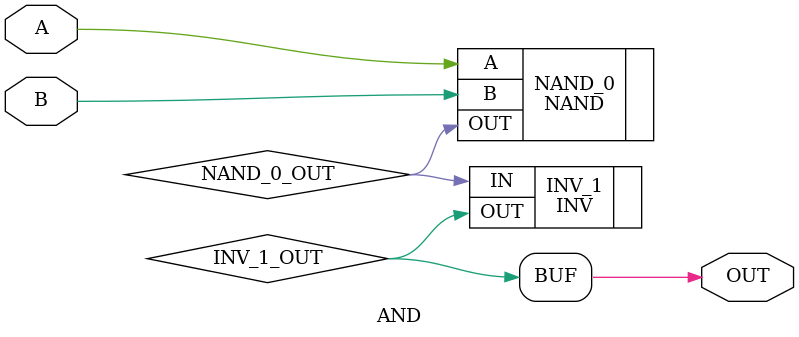
<source format=v>
module AND(
	output OUT,
	input A,
	input B
);

wire NAND_0_OUT;
wire INV_1_OUT;

NAND NAND_0(
	.OUT (NAND_0_OUT),
	.A (A),
	.B (B)
);
	
INV INV_1(
	.OUT (INV_1_OUT),
	.IN (NAND_0_OUT)
);
	
assign OUT = INV_1_OUT;

endmodule

</source>
